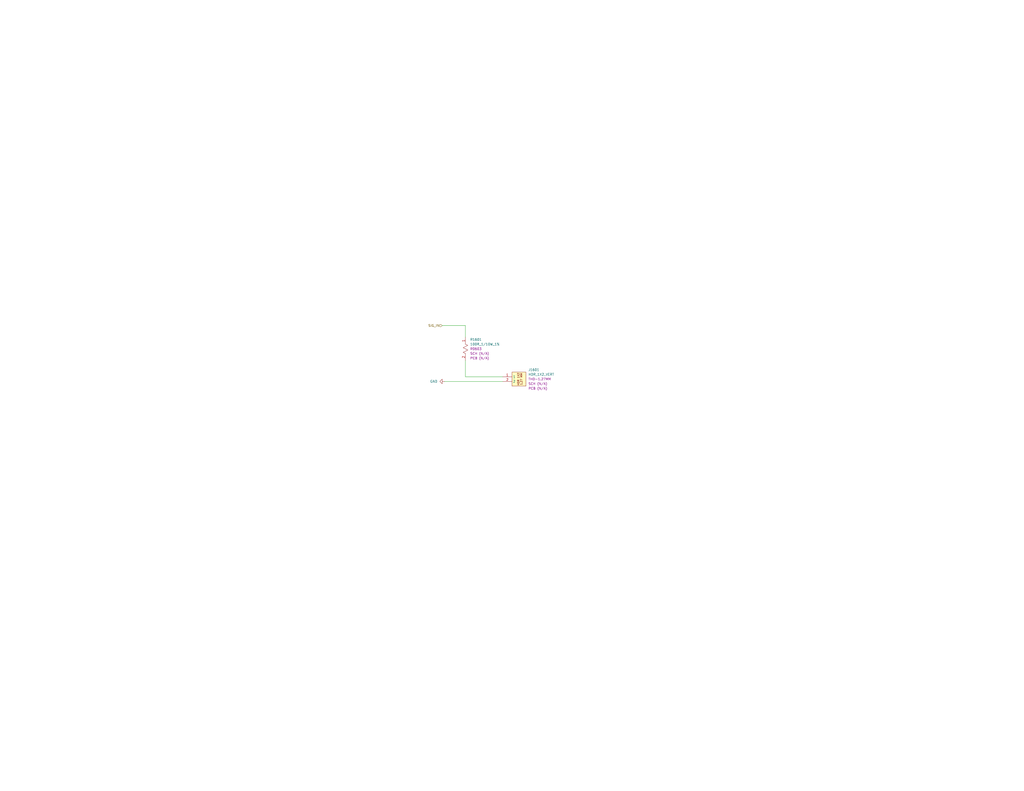
<source format=kicad_sch>
(kicad_sch (version 20231120) (generator "eeschema") (generator_version "8.0")
  (paper "C")
  (title_block (title "Quadcopter") (date "2024-03-18") (rev "01") (company "Mend0z0") (comment 1 "01") (comment 2 "CHECKED") (comment 3 "Siavash Taher Parvar") (comment 8 "N/A") (comment 9 "First Version"))
  (lib_symbols
    (symbol "_SCHLIB_Qcopter:CONN_HDR_1X2_VERT_THD-1.27MM"
      (property "Reference" "J" (at 3.556 4.064 0))
      (property "Value" "HDR_1X2_VERT" (at 3.81 6.604 0))
      (property "Package" "THD-1.27MM" (at 3.81 35.306 0))
      (property "SCH CHECK" "SCH (N/A)" (at 3.81 29.972 0))
      (property "PCB CHECK" "PCB (N/A)" (at 3.81 32.512 0))
      (symbol "CONN_HDR_1X2_VERT_THD-1.27MM_1_1"
        (rectangle (start 5.08 2.54) (end 12.7 -5.08) (fill (type background)))
        (text "HDR 1X2\n1.27 MM" (at 9.398 -1.27 900) (effects (font (size 1.016 1.016))))
        (pin passive line (at 0 0 0) (length 5.08) (name "1") (number "1"))
        (pin passive line (at 0 -2.54 0) (length 5.08) (name "2") (number "2"))
      )
    )
    (symbol "_SCHLIB_Qcopter:RES_100R_1/10W_1%_R0603"
      (property "Reference" "R" (at 3.556 4.064 0))
      (property "Value" "100R_1/10W_1%" (at 3.556 6.604 0))
      (property "Package" "R0603" (at 3.81 35.306 0))
      (property "SCH CHECK" "SCH (N/A)" (at 3.81 29.972 0))
      (property "PCB CHECK" "PCB (N/A)" (at 3.81 32.512 0))
      (symbol "RES_100R_1/10W_1%_R0603_0_0"
        (polyline (pts (xy 3.81 0) (xy 4.445 1.27) (xy 5.715 -1.27) (xy 6.985 1.27) (xy 8.255 -1.27) (xy 8.89 0)))
      )
      (symbol "RES_100R_1/10W_1%_R0603_1_1"
        (pin passive line (at 0 0 0) (length 3.81) (name "") (number "1"))
        (pin passive line (at 12.7 0 180) (length 3.81) (name "") (number "2"))
      )
    )
    (symbol "power:GND" (power) (pin_numbers hide) (pin_names (offset 0) hide)
      (property "Value" "GND" (at 0 -3.81 0))
      (symbol "GND_0_1"
        (polyline (pts (xy 0 0) (xy 0 -1.27) (xy 1.27 -1.27) (xy 0 -2.54) (xy -1.27 -1.27) (xy 0 -1.27)))
      )
      (symbol "GND_1_1"
        (pin power_in line (at 0 0 270) (length 0) (name "~") (number "1"))
      )
    )
  )
  (wire (pts (xy 254 205.74) (xy 274.32 205.74)))
  (wire (pts (xy 254 177.8) (xy 254 184.15)))
  (wire (pts (xy 254 196.85) (xy 254 205.74)))
  (wire (pts (xy 241.3 177.8) (xy 254 177.8)))
  (wire (pts (xy 242.57 208.28) (xy 274.32 208.28)))
  (hierarchical_label "SIG_IN" (shape input) (at 241.3 177.8 180))
  (symbol (lib_id "_SCHLIB_Qcopter:CONN_HDR_1X2_VERT_THD-1.27MM") (at 274.32 205.74 0) (unit 1)
    (property "Reference" "J1601" (at 288.29 201.9299 0) (effects (justify left)))
    (property "Value" "HDR_1X2_VERT" (at 288.29 204.4699 0) (effects (justify left)))
    (property "Footprint" "Connector_PinHeader_1.27mm:PinHeader_1x02_P1.27mm_Vertical" (effects (hide yes)))
    (property "Datasheet" "https://cdn.harwin.com/pdfs/M50-353.pdf" (effects (hide yes)))
    (property "Description" "Connector Header Through Hole 2 position 0.050\" (1.27mm)" (effects (hide yes)))
    (property "Package" "THD-1.27MM" (at 288.29 207.0099 0) (effects (justify left)))
    (property "Part Number (Manufacturer)" "M50-3530242" (effects (hide yes)))
    (property "Manufacturer" "Harwin Inc." (effects (hide yes)))
    (property "Part Number (Vendor)" "952-3598-ND" (effects (hide yes)))
    (property "Vendor" "Digikey" (effects (hide yes)))
    (property "Purchase Link" "https://www.digikey.ca/en/products/detail/harwin-inc/M50-3530242/7044013" (effects (hide yes)))
    (property "SCH CHECK" "SCH (N/A)" (at 288.29 209.5499 0) (effects (justify left)))
    (property "PCB CHECK" "PCB (N/A)" (at 288.29 212.0899 0) (effects (justify left)))
    (instances (project "_Sub_HW_Qcopter" (path "" (reference "J1601") (unit 1)) (path "" (reference "J1701") (unit 1)) (path "" (reference "J1801") (unit 1)) (path "" (reference "J1901") (unit 1))))
  )
  (symbol (lib_id "power:GND") (at 242.57 208.28 270) (unit 1)
    (property "Reference" "#PWR01601" (effects (hide yes)))
    (property "Value" "GND" (at 238.76 208.2799 90) (effects (justify right)))
    (property "Description" "Power symbol creates a global label with name \"GND\" , ground" (effects (hide yes)))
    (instances (project "_Sub_HW_Qcopter" (path "" (reference "#PWR01601") (unit 1)) (path "" (reference "#PWR01701") (unit 1)) (path "" (reference "#PWR01801") (unit 1)) (path "" (reference "#PWR01901") (unit 1))))
  )
  (symbol (lib_id "_SCHLIB_Qcopter:RES_100R_1/10W_1%_R0603") (at 254 184.15 270) (unit 1)
    (property "Reference" "R1601" (at 256.54 185.4199 90) (effects (justify left)))
    (property "Value" "100R_1/10W_1%" (at 256.54 187.9599 90) (effects (justify left)))
    (property "Footprint" "Resistor_SMD:R_0603_1608Metric" (effects (hide yes)))
    (property "Datasheet" "https://www.seielect.com/catalog/sei-rmcf_rmcp.pdf" (effects (hide yes)))
    (property "Description" "100 Ohms ±1% 0.1W, 1/10W Chip Resistor 0603 (1608 Metric) Automotive AEC-Q200 Thick Film" (effects (hide yes)))
    (property "Package" "R0603" (at 256.54 190.4999 90) (effects (justify left)))
    (property "Part Number (Manufacturer)" "RMCF0603FT100R" (effects (hide yes)))
    (property "Manufacturer" "Stackpole Electronics Inc" (effects (hide yes)))
    (property "Part Number (Vendor)" "RMCF0603FT100RTR-ND" (effects (hide yes)))
    (property "Vendor" "Digikey" (effects (hide yes)))
    (property "Purchase Link" "https://www.digikey.ca/en/products/detail/stackpole-electronics-inc/RMCF0603FT100R/1761113" (effects (hide yes)))
    (property "SCH CHECK" "SCH (N/A)" (at 256.54 193.0399 90) (effects (justify left)))
    (property "PCB CHECK" "PCB (N/A)" (at 256.54 195.5799 90) (effects (justify left)))
    (instances (project "_Sub_HW_Qcopter" (path "" (reference "R1601") (unit 1)) (path "" (reference "R1701") (unit 1)) (path "" (reference "R1801") (unit 1)) (path "" (reference "R1901") (unit 1))))
  )
)
</source>
